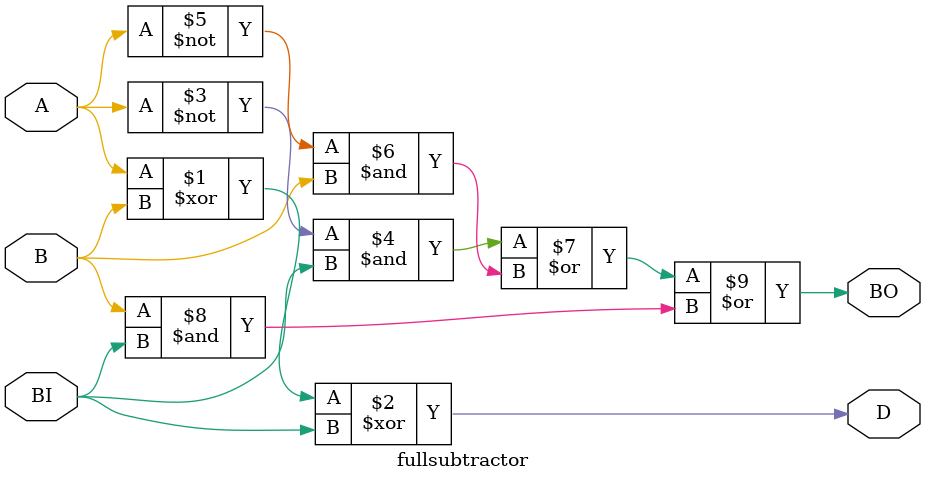
<source format=sv>
module fullsubtractor(D, BO, A, B, BI);
    input wire A, B, BI;
    output logic D, BO;

    assign D = (A ^ B) ^ BI;
    assign BO = ~A & BI | ~A & B | B & BI;
    
endmodule
</source>
